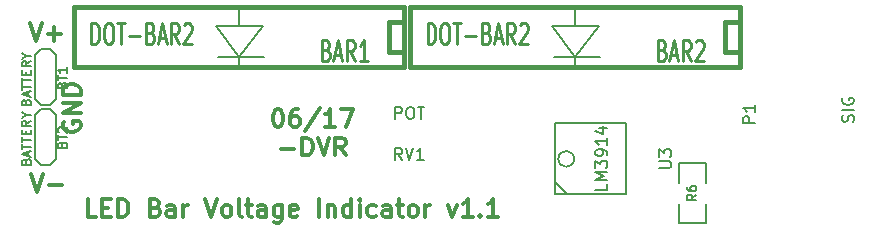
<source format=gto>
G04 (created by PCBNEW (2013-may-18)-stable) date Thu Jun 15 09:17:52 2017*
%MOIN*%
G04 Gerber Fmt 3.4, Leading zero omitted, Abs format*
%FSLAX34Y34*%
G01*
G70*
G90*
G04 APERTURE LIST*
%ADD10C,0.00590551*%
%ADD11C,0.011811*%
%ADD12C,0.005*%
%ADD13C,0.015*%
%ADD14C,0.008*%
%ADD15C,0.01125*%
%ADD16C,0.012*%
%ADD17C,0.006*%
G04 APERTURE END LIST*
G54D10*
G54D11*
X17500Y-9510D02*
X17556Y-9510D01*
X17612Y-9538D01*
X17640Y-9566D01*
X17668Y-9623D01*
X17696Y-9735D01*
X17696Y-9876D01*
X17668Y-9988D01*
X17640Y-10044D01*
X17612Y-10073D01*
X17556Y-10101D01*
X17500Y-10101D01*
X17443Y-10073D01*
X17415Y-10044D01*
X17387Y-9988D01*
X17359Y-9876D01*
X17359Y-9735D01*
X17387Y-9623D01*
X17415Y-9566D01*
X17443Y-9538D01*
X17500Y-9510D01*
X18203Y-9510D02*
X18090Y-9510D01*
X18034Y-9538D01*
X18006Y-9566D01*
X17949Y-9651D01*
X17921Y-9763D01*
X17921Y-9988D01*
X17949Y-10044D01*
X17978Y-10073D01*
X18034Y-10101D01*
X18146Y-10101D01*
X18203Y-10073D01*
X18231Y-10044D01*
X18259Y-9988D01*
X18259Y-9848D01*
X18231Y-9791D01*
X18203Y-9763D01*
X18146Y-9735D01*
X18034Y-9735D01*
X17978Y-9763D01*
X17949Y-9791D01*
X17921Y-9848D01*
X18934Y-9482D02*
X18428Y-10241D01*
X19440Y-10101D02*
X19102Y-10101D01*
X19271Y-10101D02*
X19271Y-9510D01*
X19215Y-9595D01*
X19159Y-9651D01*
X19102Y-9679D01*
X19637Y-9510D02*
X20030Y-9510D01*
X19777Y-10101D01*
X17612Y-10821D02*
X18062Y-10821D01*
X18343Y-11046D02*
X18343Y-10455D01*
X18484Y-10455D01*
X18568Y-10483D01*
X18624Y-10539D01*
X18652Y-10596D01*
X18681Y-10708D01*
X18681Y-10793D01*
X18652Y-10905D01*
X18624Y-10961D01*
X18568Y-11017D01*
X18484Y-11046D01*
X18343Y-11046D01*
X18849Y-10455D02*
X19046Y-11046D01*
X19243Y-10455D01*
X19777Y-11046D02*
X19580Y-10764D01*
X19440Y-11046D02*
X19440Y-10455D01*
X19665Y-10455D01*
X19721Y-10483D01*
X19749Y-10511D01*
X19777Y-10568D01*
X19777Y-10652D01*
X19749Y-10708D01*
X19721Y-10736D01*
X19665Y-10764D01*
X19440Y-10764D01*
X11473Y-13093D02*
X11192Y-13093D01*
X11192Y-12502D01*
X11670Y-12784D02*
X11867Y-12784D01*
X11951Y-13093D02*
X11670Y-13093D01*
X11670Y-12502D01*
X11951Y-12502D01*
X12204Y-13093D02*
X12204Y-12502D01*
X12345Y-12502D01*
X12429Y-12530D01*
X12485Y-12587D01*
X12514Y-12643D01*
X12542Y-12755D01*
X12542Y-12840D01*
X12514Y-12952D01*
X12485Y-13008D01*
X12429Y-13065D01*
X12345Y-13093D01*
X12204Y-13093D01*
X13442Y-12784D02*
X13526Y-12812D01*
X13554Y-12840D01*
X13582Y-12896D01*
X13582Y-12980D01*
X13554Y-13037D01*
X13526Y-13065D01*
X13470Y-13093D01*
X13245Y-13093D01*
X13245Y-12502D01*
X13442Y-12502D01*
X13498Y-12530D01*
X13526Y-12559D01*
X13554Y-12615D01*
X13554Y-12671D01*
X13526Y-12727D01*
X13498Y-12755D01*
X13442Y-12784D01*
X13245Y-12784D01*
X14088Y-13093D02*
X14088Y-12784D01*
X14060Y-12727D01*
X14004Y-12699D01*
X13892Y-12699D01*
X13835Y-12727D01*
X14088Y-13065D02*
X14032Y-13093D01*
X13892Y-13093D01*
X13835Y-13065D01*
X13807Y-13008D01*
X13807Y-12952D01*
X13835Y-12896D01*
X13892Y-12868D01*
X14032Y-12868D01*
X14088Y-12840D01*
X14370Y-13093D02*
X14370Y-12699D01*
X14370Y-12812D02*
X14398Y-12755D01*
X14426Y-12727D01*
X14482Y-12699D01*
X14538Y-12699D01*
X15101Y-12502D02*
X15298Y-13093D01*
X15494Y-12502D01*
X15776Y-13093D02*
X15719Y-13065D01*
X15691Y-13037D01*
X15663Y-12980D01*
X15663Y-12812D01*
X15691Y-12755D01*
X15719Y-12727D01*
X15776Y-12699D01*
X15860Y-12699D01*
X15916Y-12727D01*
X15944Y-12755D01*
X15973Y-12812D01*
X15973Y-12980D01*
X15944Y-13037D01*
X15916Y-13065D01*
X15860Y-13093D01*
X15776Y-13093D01*
X16310Y-13093D02*
X16254Y-13065D01*
X16226Y-13008D01*
X16226Y-12502D01*
X16451Y-12699D02*
X16676Y-12699D01*
X16535Y-12502D02*
X16535Y-13008D01*
X16563Y-13065D01*
X16619Y-13093D01*
X16676Y-13093D01*
X17125Y-13093D02*
X17125Y-12784D01*
X17097Y-12727D01*
X17041Y-12699D01*
X16929Y-12699D01*
X16872Y-12727D01*
X17125Y-13065D02*
X17069Y-13093D01*
X16929Y-13093D01*
X16872Y-13065D01*
X16844Y-13008D01*
X16844Y-12952D01*
X16872Y-12896D01*
X16929Y-12868D01*
X17069Y-12868D01*
X17125Y-12840D01*
X17660Y-12699D02*
X17660Y-13177D01*
X17632Y-13233D01*
X17604Y-13262D01*
X17547Y-13290D01*
X17463Y-13290D01*
X17407Y-13262D01*
X17660Y-13065D02*
X17604Y-13093D01*
X17491Y-13093D01*
X17435Y-13065D01*
X17407Y-13037D01*
X17379Y-12980D01*
X17379Y-12812D01*
X17407Y-12755D01*
X17435Y-12727D01*
X17491Y-12699D01*
X17604Y-12699D01*
X17660Y-12727D01*
X18166Y-13065D02*
X18110Y-13093D01*
X17997Y-13093D01*
X17941Y-13065D01*
X17913Y-13008D01*
X17913Y-12784D01*
X17941Y-12727D01*
X17997Y-12699D01*
X18110Y-12699D01*
X18166Y-12727D01*
X18194Y-12784D01*
X18194Y-12840D01*
X17913Y-12896D01*
X18897Y-13093D02*
X18897Y-12502D01*
X19178Y-12699D02*
X19178Y-13093D01*
X19178Y-12755D02*
X19206Y-12727D01*
X19263Y-12699D01*
X19347Y-12699D01*
X19403Y-12727D01*
X19431Y-12784D01*
X19431Y-13093D01*
X19966Y-13093D02*
X19966Y-12502D01*
X19966Y-13065D02*
X19910Y-13093D01*
X19797Y-13093D01*
X19741Y-13065D01*
X19713Y-13037D01*
X19685Y-12980D01*
X19685Y-12812D01*
X19713Y-12755D01*
X19741Y-12727D01*
X19797Y-12699D01*
X19910Y-12699D01*
X19966Y-12727D01*
X20247Y-13093D02*
X20247Y-12699D01*
X20247Y-12502D02*
X20219Y-12530D01*
X20247Y-12559D01*
X20275Y-12530D01*
X20247Y-12502D01*
X20247Y-12559D01*
X20781Y-13065D02*
X20725Y-13093D01*
X20613Y-13093D01*
X20556Y-13065D01*
X20528Y-13037D01*
X20500Y-12980D01*
X20500Y-12812D01*
X20528Y-12755D01*
X20556Y-12727D01*
X20613Y-12699D01*
X20725Y-12699D01*
X20781Y-12727D01*
X21287Y-13093D02*
X21287Y-12784D01*
X21259Y-12727D01*
X21203Y-12699D01*
X21091Y-12699D01*
X21034Y-12727D01*
X21287Y-13065D02*
X21231Y-13093D01*
X21091Y-13093D01*
X21034Y-13065D01*
X21006Y-13008D01*
X21006Y-12952D01*
X21034Y-12896D01*
X21091Y-12868D01*
X21231Y-12868D01*
X21287Y-12840D01*
X21484Y-12699D02*
X21709Y-12699D01*
X21569Y-12502D02*
X21569Y-13008D01*
X21597Y-13065D01*
X21653Y-13093D01*
X21709Y-13093D01*
X21991Y-13093D02*
X21934Y-13065D01*
X21906Y-13037D01*
X21878Y-12980D01*
X21878Y-12812D01*
X21906Y-12755D01*
X21934Y-12727D01*
X21991Y-12699D01*
X22075Y-12699D01*
X22131Y-12727D01*
X22159Y-12755D01*
X22187Y-12812D01*
X22187Y-12980D01*
X22159Y-13037D01*
X22131Y-13065D01*
X22075Y-13093D01*
X21991Y-13093D01*
X22440Y-13093D02*
X22440Y-12699D01*
X22440Y-12812D02*
X22469Y-12755D01*
X22497Y-12727D01*
X22553Y-12699D01*
X22609Y-12699D01*
X23200Y-12699D02*
X23340Y-13093D01*
X23481Y-12699D01*
X24015Y-13093D02*
X23678Y-13093D01*
X23847Y-13093D02*
X23847Y-12502D01*
X23790Y-12587D01*
X23734Y-12643D01*
X23678Y-12671D01*
X24268Y-13037D02*
X24296Y-13065D01*
X24268Y-13093D01*
X24240Y-13065D01*
X24268Y-13037D01*
X24268Y-13093D01*
X24859Y-13093D02*
X24521Y-13093D01*
X24690Y-13093D02*
X24690Y-12502D01*
X24634Y-12587D01*
X24578Y-12643D01*
X24521Y-12671D01*
X10385Y-9918D02*
X10357Y-9974D01*
X10357Y-10059D01*
X10385Y-10143D01*
X10441Y-10199D01*
X10497Y-10227D01*
X10610Y-10255D01*
X10694Y-10255D01*
X10807Y-10227D01*
X10863Y-10199D01*
X10919Y-10143D01*
X10947Y-10059D01*
X10947Y-10002D01*
X10919Y-9918D01*
X10891Y-9890D01*
X10694Y-9890D01*
X10694Y-10002D01*
X10947Y-9637D02*
X10357Y-9637D01*
X10947Y-9299D01*
X10357Y-9299D01*
X10947Y-9018D02*
X10357Y-9018D01*
X10357Y-8877D01*
X10385Y-8793D01*
X10441Y-8737D01*
X10497Y-8709D01*
X10610Y-8681D01*
X10694Y-8681D01*
X10807Y-8709D01*
X10863Y-8737D01*
X10919Y-8793D01*
X10947Y-8877D01*
X10947Y-9018D01*
X9299Y-11676D02*
X9496Y-12266D01*
X9693Y-11676D01*
X9890Y-12041D02*
X10340Y-12041D01*
X9260Y-6636D02*
X9457Y-7227D01*
X9654Y-6636D01*
X9850Y-7002D02*
X10300Y-7002D01*
X10075Y-7227D02*
X10075Y-6777D01*
G54D12*
X30888Y-13303D02*
X31788Y-13303D01*
X31788Y-13303D02*
X31788Y-12653D01*
X30888Y-11953D02*
X30888Y-11303D01*
X30888Y-11303D02*
X31788Y-11303D01*
X31788Y-11303D02*
X31788Y-11953D01*
X30888Y-12653D02*
X30888Y-13303D01*
G54D10*
X27396Y-11161D02*
G75*
G03X27396Y-11161I-263J0D01*
G74*
G01*
X27153Y-12341D02*
X26753Y-11941D01*
X29113Y-12341D02*
X29113Y-9981D01*
X29113Y-9981D02*
X26753Y-9981D01*
X26753Y-9981D02*
X26753Y-12341D01*
X26753Y-12341D02*
X29113Y-12341D01*
X16240Y-6706D02*
X16240Y-6106D01*
X16240Y-7776D02*
X16240Y-8036D01*
X16240Y-7766D02*
X17030Y-6716D01*
X17030Y-6716D02*
X15450Y-6716D01*
X15450Y-6716D02*
X16240Y-7766D01*
X16240Y-7766D02*
X17049Y-7766D01*
X17049Y-7766D02*
X15518Y-7764D01*
X15518Y-7764D02*
X15520Y-7766D01*
G54D13*
X21740Y-7606D02*
X21240Y-7606D01*
X21240Y-7606D02*
X21240Y-6606D01*
X21240Y-6606D02*
X21740Y-6606D01*
X21740Y-8106D02*
X10740Y-8106D01*
X10740Y-8106D02*
X10740Y-6106D01*
X10740Y-6106D02*
X21740Y-6106D01*
X21740Y-6106D02*
X21740Y-8106D01*
G54D10*
X27440Y-6706D02*
X27440Y-6106D01*
X27440Y-7776D02*
X27440Y-8036D01*
X27440Y-7766D02*
X28230Y-6716D01*
X28230Y-6716D02*
X26650Y-6716D01*
X26650Y-6716D02*
X27440Y-7766D01*
X27440Y-7766D02*
X28250Y-7766D01*
X28250Y-7766D02*
X26718Y-7764D01*
X26718Y-7764D02*
X26720Y-7766D01*
G54D13*
X32940Y-7606D02*
X32440Y-7606D01*
X32440Y-7606D02*
X32440Y-6606D01*
X32440Y-6606D02*
X32940Y-6606D01*
X32940Y-8106D02*
X21940Y-8106D01*
X21940Y-8106D02*
X21940Y-6106D01*
X21940Y-6106D02*
X32940Y-6106D01*
X32940Y-6106D02*
X32940Y-8106D01*
G54D14*
X10113Y-7714D02*
X10113Y-9164D01*
X10113Y-9164D02*
X9913Y-9364D01*
X9913Y-9364D02*
X9613Y-9364D01*
X9613Y-9364D02*
X9413Y-9164D01*
X9413Y-9164D02*
X9413Y-7714D01*
X9413Y-7714D02*
X9613Y-7514D01*
X9613Y-7514D02*
X9913Y-7514D01*
X9913Y-7514D02*
X10113Y-7714D01*
X10113Y-9702D02*
X10113Y-11152D01*
X10113Y-11152D02*
X9913Y-11352D01*
X9913Y-11352D02*
X9613Y-11352D01*
X9613Y-11352D02*
X9413Y-11152D01*
X9413Y-11152D02*
X9413Y-9702D01*
X9413Y-9702D02*
X9613Y-9502D01*
X9613Y-9502D02*
X9913Y-9502D01*
X9913Y-9502D02*
X10113Y-9702D01*
G54D12*
X31460Y-12353D02*
X31317Y-12453D01*
X31460Y-12524D02*
X31160Y-12524D01*
X31160Y-12410D01*
X31174Y-12381D01*
X31188Y-12367D01*
X31217Y-12353D01*
X31260Y-12353D01*
X31288Y-12367D01*
X31302Y-12381D01*
X31317Y-12410D01*
X31317Y-12524D01*
X31160Y-12096D02*
X31160Y-12153D01*
X31174Y-12181D01*
X31188Y-12196D01*
X31231Y-12224D01*
X31288Y-12238D01*
X31402Y-12238D01*
X31431Y-12224D01*
X31445Y-12210D01*
X31460Y-12181D01*
X31460Y-12124D01*
X31445Y-12096D01*
X31431Y-12081D01*
X31402Y-12067D01*
X31331Y-12067D01*
X31302Y-12081D01*
X31288Y-12096D01*
X31274Y-12124D01*
X31274Y-12181D01*
X31288Y-12210D01*
X31302Y-12224D01*
X31331Y-12238D01*
G54D10*
X33429Y-9964D02*
X33035Y-9964D01*
X33035Y-9814D01*
X33054Y-9777D01*
X33073Y-9758D01*
X33110Y-9739D01*
X33166Y-9739D01*
X33204Y-9758D01*
X33223Y-9777D01*
X33241Y-9814D01*
X33241Y-9964D01*
X33429Y-9364D02*
X33429Y-9589D01*
X33429Y-9477D02*
X33035Y-9477D01*
X33091Y-9514D01*
X33129Y-9552D01*
X33148Y-9589D01*
X36700Y-9927D02*
X36719Y-9870D01*
X36719Y-9777D01*
X36700Y-9739D01*
X36681Y-9720D01*
X36644Y-9702D01*
X36606Y-9702D01*
X36569Y-9720D01*
X36550Y-9739D01*
X36531Y-9777D01*
X36513Y-9852D01*
X36494Y-9889D01*
X36475Y-9908D01*
X36438Y-9927D01*
X36400Y-9927D01*
X36363Y-9908D01*
X36344Y-9889D01*
X36325Y-9852D01*
X36325Y-9758D01*
X36344Y-9702D01*
X36719Y-9533D02*
X36325Y-9533D01*
X36344Y-9139D02*
X36325Y-9177D01*
X36325Y-9233D01*
X36344Y-9289D01*
X36381Y-9327D01*
X36419Y-9345D01*
X36494Y-9364D01*
X36550Y-9364D01*
X36625Y-9345D01*
X36663Y-9327D01*
X36700Y-9289D01*
X36719Y-9233D01*
X36719Y-9195D01*
X36700Y-9139D01*
X36681Y-9120D01*
X36550Y-9120D01*
X36550Y-9195D01*
X21665Y-11195D02*
X21534Y-11007D01*
X21440Y-11195D02*
X21440Y-10801D01*
X21590Y-10801D01*
X21627Y-10820D01*
X21646Y-10838D01*
X21665Y-10876D01*
X21665Y-10932D01*
X21646Y-10970D01*
X21627Y-10988D01*
X21590Y-11007D01*
X21440Y-11007D01*
X21777Y-10801D02*
X21909Y-11195D01*
X22040Y-10801D01*
X22377Y-11195D02*
X22152Y-11195D01*
X22265Y-11195D02*
X22265Y-10801D01*
X22227Y-10857D01*
X22190Y-10895D01*
X22152Y-10913D01*
X21430Y-9825D02*
X21430Y-9431D01*
X21580Y-9431D01*
X21617Y-9450D01*
X21636Y-9468D01*
X21655Y-9506D01*
X21655Y-9562D01*
X21636Y-9600D01*
X21617Y-9618D01*
X21580Y-9637D01*
X21430Y-9637D01*
X21899Y-9431D02*
X21974Y-9431D01*
X22011Y-9450D01*
X22049Y-9487D01*
X22067Y-9562D01*
X22067Y-9693D01*
X22049Y-9768D01*
X22011Y-9806D01*
X21974Y-9825D01*
X21899Y-9825D01*
X21861Y-9806D01*
X21824Y-9768D01*
X21805Y-9693D01*
X21805Y-9562D01*
X21824Y-9487D01*
X21861Y-9450D01*
X21899Y-9431D01*
X22180Y-9431D02*
X22405Y-9431D01*
X22292Y-9825D02*
X22292Y-9431D01*
X30238Y-11461D02*
X30557Y-11461D01*
X30594Y-11442D01*
X30613Y-11423D01*
X30632Y-11386D01*
X30632Y-11311D01*
X30613Y-11273D01*
X30594Y-11255D01*
X30557Y-11236D01*
X30238Y-11236D01*
X30238Y-11086D02*
X30238Y-10842D01*
X30388Y-10973D01*
X30388Y-10917D01*
X30407Y-10880D01*
X30426Y-10861D01*
X30463Y-10842D01*
X30557Y-10842D01*
X30594Y-10861D01*
X30613Y-10880D01*
X30632Y-10917D01*
X30632Y-11030D01*
X30613Y-11067D01*
X30594Y-11086D01*
X28502Y-12004D02*
X28502Y-12191D01*
X28108Y-12191D01*
X28502Y-11873D02*
X28108Y-11873D01*
X28389Y-11741D01*
X28108Y-11610D01*
X28502Y-11610D01*
X28108Y-11460D02*
X28108Y-11217D01*
X28258Y-11348D01*
X28258Y-11292D01*
X28277Y-11254D01*
X28296Y-11235D01*
X28333Y-11217D01*
X28427Y-11217D01*
X28464Y-11235D01*
X28483Y-11254D01*
X28502Y-11292D01*
X28502Y-11404D01*
X28483Y-11442D01*
X28464Y-11460D01*
X28502Y-11029D02*
X28502Y-10954D01*
X28483Y-10917D01*
X28464Y-10898D01*
X28408Y-10860D01*
X28333Y-10842D01*
X28183Y-10842D01*
X28146Y-10860D01*
X28127Y-10879D01*
X28108Y-10917D01*
X28108Y-10992D01*
X28127Y-11029D01*
X28146Y-11048D01*
X28183Y-11067D01*
X28277Y-11067D01*
X28314Y-11048D01*
X28333Y-11029D01*
X28352Y-10992D01*
X28352Y-10917D01*
X28333Y-10879D01*
X28314Y-10860D01*
X28277Y-10842D01*
X28502Y-10467D02*
X28502Y-10692D01*
X28502Y-10579D02*
X28108Y-10579D01*
X28164Y-10617D01*
X28202Y-10654D01*
X28221Y-10692D01*
X28239Y-10129D02*
X28502Y-10129D01*
X28089Y-10223D02*
X28371Y-10317D01*
X28371Y-10073D01*
G54D15*
X19140Y-7522D02*
X19204Y-7556D01*
X19225Y-7589D01*
X19247Y-7656D01*
X19247Y-7756D01*
X19225Y-7822D01*
X19204Y-7856D01*
X19161Y-7889D01*
X18990Y-7889D01*
X18990Y-7189D01*
X19140Y-7189D01*
X19183Y-7222D01*
X19204Y-7256D01*
X19225Y-7322D01*
X19225Y-7389D01*
X19204Y-7456D01*
X19183Y-7489D01*
X19140Y-7522D01*
X18990Y-7522D01*
X19418Y-7689D02*
X19633Y-7689D01*
X19375Y-7889D02*
X19525Y-7189D01*
X19675Y-7889D01*
X20083Y-7889D02*
X19933Y-7556D01*
X19825Y-7889D02*
X19825Y-7189D01*
X19997Y-7189D01*
X20040Y-7222D01*
X20061Y-7256D01*
X20083Y-7322D01*
X20083Y-7422D01*
X20061Y-7489D01*
X20040Y-7522D01*
X19997Y-7556D01*
X19825Y-7556D01*
X20511Y-7889D02*
X20254Y-7889D01*
X20383Y-7889D02*
X20383Y-7189D01*
X20340Y-7289D01*
X20297Y-7356D01*
X20254Y-7389D01*
G54D16*
G54D15*
X11309Y-7329D02*
X11309Y-6629D01*
X11416Y-6629D01*
X11480Y-6662D01*
X11523Y-6729D01*
X11545Y-6796D01*
X11566Y-6929D01*
X11566Y-7029D01*
X11545Y-7162D01*
X11523Y-7229D01*
X11480Y-7296D01*
X11416Y-7329D01*
X11309Y-7329D01*
X11845Y-6629D02*
X11930Y-6629D01*
X11973Y-6662D01*
X12016Y-6729D01*
X12038Y-6862D01*
X12038Y-7096D01*
X12016Y-7229D01*
X11973Y-7296D01*
X11930Y-7329D01*
X11845Y-7329D01*
X11802Y-7296D01*
X11759Y-7229D01*
X11738Y-7096D01*
X11738Y-6862D01*
X11759Y-6729D01*
X11802Y-6662D01*
X11845Y-6629D01*
X12166Y-6629D02*
X12423Y-6629D01*
X12295Y-7329D02*
X12295Y-6629D01*
X12573Y-7062D02*
X12916Y-7062D01*
X13280Y-6962D02*
X13345Y-6996D01*
X13366Y-7029D01*
X13388Y-7096D01*
X13388Y-7196D01*
X13366Y-7262D01*
X13345Y-7296D01*
X13302Y-7329D01*
X13130Y-7329D01*
X13130Y-6629D01*
X13280Y-6629D01*
X13323Y-6662D01*
X13345Y-6696D01*
X13366Y-6762D01*
X13366Y-6829D01*
X13345Y-6896D01*
X13323Y-6929D01*
X13280Y-6962D01*
X13130Y-6962D01*
X13559Y-7129D02*
X13773Y-7129D01*
X13516Y-7329D02*
X13666Y-6629D01*
X13816Y-7329D01*
X14223Y-7329D02*
X14073Y-6996D01*
X13966Y-7329D02*
X13966Y-6629D01*
X14138Y-6629D01*
X14180Y-6662D01*
X14202Y-6696D01*
X14223Y-6762D01*
X14223Y-6862D01*
X14202Y-6929D01*
X14180Y-6962D01*
X14138Y-6996D01*
X13966Y-6996D01*
X14395Y-6696D02*
X14416Y-6662D01*
X14459Y-6629D01*
X14566Y-6629D01*
X14609Y-6662D01*
X14630Y-6696D01*
X14652Y-6762D01*
X14652Y-6829D01*
X14630Y-6929D01*
X14373Y-7329D01*
X14652Y-7329D01*
X30340Y-7522D02*
X30405Y-7556D01*
X30426Y-7589D01*
X30448Y-7656D01*
X30448Y-7756D01*
X30426Y-7822D01*
X30405Y-7856D01*
X30362Y-7889D01*
X30190Y-7889D01*
X30190Y-7189D01*
X30340Y-7189D01*
X30383Y-7222D01*
X30405Y-7256D01*
X30426Y-7322D01*
X30426Y-7389D01*
X30405Y-7456D01*
X30383Y-7489D01*
X30340Y-7522D01*
X30190Y-7522D01*
X30619Y-7689D02*
X30833Y-7689D01*
X30576Y-7889D02*
X30726Y-7189D01*
X30876Y-7889D01*
X31283Y-7889D02*
X31133Y-7556D01*
X31026Y-7889D02*
X31026Y-7189D01*
X31198Y-7189D01*
X31240Y-7222D01*
X31262Y-7256D01*
X31283Y-7322D01*
X31283Y-7422D01*
X31262Y-7489D01*
X31240Y-7522D01*
X31198Y-7556D01*
X31026Y-7556D01*
X31455Y-7256D02*
X31476Y-7222D01*
X31519Y-7189D01*
X31626Y-7189D01*
X31669Y-7222D01*
X31690Y-7256D01*
X31712Y-7322D01*
X31712Y-7389D01*
X31690Y-7489D01*
X31433Y-7889D01*
X31712Y-7889D01*
G54D16*
G54D15*
X22510Y-7329D02*
X22510Y-6629D01*
X22617Y-6629D01*
X22681Y-6662D01*
X22724Y-6729D01*
X22745Y-6796D01*
X22767Y-6929D01*
X22767Y-7029D01*
X22745Y-7162D01*
X22724Y-7229D01*
X22681Y-7296D01*
X22617Y-7329D01*
X22510Y-7329D01*
X23045Y-6629D02*
X23131Y-6629D01*
X23174Y-6662D01*
X23217Y-6729D01*
X23238Y-6862D01*
X23238Y-7096D01*
X23217Y-7229D01*
X23174Y-7296D01*
X23131Y-7329D01*
X23045Y-7329D01*
X23003Y-7296D01*
X22960Y-7229D01*
X22938Y-7096D01*
X22938Y-6862D01*
X22960Y-6729D01*
X23003Y-6662D01*
X23045Y-6629D01*
X23367Y-6629D02*
X23624Y-6629D01*
X23495Y-7329D02*
X23495Y-6629D01*
X23774Y-7062D02*
X24117Y-7062D01*
X24481Y-6962D02*
X24545Y-6996D01*
X24567Y-7029D01*
X24588Y-7096D01*
X24588Y-7196D01*
X24567Y-7262D01*
X24545Y-7296D01*
X24503Y-7329D01*
X24331Y-7329D01*
X24331Y-6629D01*
X24481Y-6629D01*
X24524Y-6662D01*
X24545Y-6696D01*
X24567Y-6762D01*
X24567Y-6829D01*
X24545Y-6896D01*
X24524Y-6929D01*
X24481Y-6962D01*
X24331Y-6962D01*
X24760Y-7129D02*
X24974Y-7129D01*
X24717Y-7329D02*
X24867Y-6629D01*
X25017Y-7329D01*
X25424Y-7329D02*
X25274Y-6996D01*
X25167Y-7329D02*
X25167Y-6629D01*
X25338Y-6629D01*
X25381Y-6662D01*
X25403Y-6696D01*
X25424Y-6762D01*
X25424Y-6862D01*
X25403Y-6929D01*
X25381Y-6962D01*
X25338Y-6996D01*
X25167Y-6996D01*
X25595Y-6696D02*
X25617Y-6662D01*
X25660Y-6629D01*
X25767Y-6629D01*
X25810Y-6662D01*
X25831Y-6696D01*
X25853Y-6762D01*
X25853Y-6829D01*
X25831Y-6929D01*
X25574Y-7329D01*
X25853Y-7329D01*
G54D17*
X10328Y-8700D02*
X10342Y-8657D01*
X10356Y-8643D01*
X10385Y-8628D01*
X10428Y-8628D01*
X10456Y-8643D01*
X10470Y-8657D01*
X10485Y-8685D01*
X10485Y-8800D01*
X10185Y-8800D01*
X10185Y-8700D01*
X10199Y-8671D01*
X10213Y-8657D01*
X10242Y-8643D01*
X10270Y-8643D01*
X10299Y-8657D01*
X10313Y-8671D01*
X10328Y-8700D01*
X10328Y-8800D01*
X10185Y-8543D02*
X10185Y-8371D01*
X10485Y-8457D02*
X10185Y-8457D01*
X10485Y-8114D02*
X10485Y-8285D01*
X10485Y-8200D02*
X10185Y-8200D01*
X10228Y-8228D01*
X10256Y-8257D01*
X10270Y-8285D01*
X9128Y-9264D02*
X9142Y-9221D01*
X9156Y-9207D01*
X9185Y-9193D01*
X9228Y-9193D01*
X9256Y-9207D01*
X9270Y-9221D01*
X9285Y-9250D01*
X9285Y-9364D01*
X8985Y-9364D01*
X8985Y-9264D01*
X8999Y-9235D01*
X9013Y-9221D01*
X9042Y-9207D01*
X9070Y-9207D01*
X9099Y-9221D01*
X9113Y-9235D01*
X9128Y-9264D01*
X9128Y-9364D01*
X9199Y-9078D02*
X9199Y-8935D01*
X9285Y-9107D02*
X8985Y-9007D01*
X9285Y-8907D01*
X8985Y-8850D02*
X8985Y-8678D01*
X9285Y-8764D02*
X8985Y-8764D01*
X8985Y-8621D02*
X8985Y-8450D01*
X9285Y-8535D02*
X8985Y-8535D01*
X9128Y-8350D02*
X9128Y-8250D01*
X9285Y-8207D02*
X9285Y-8350D01*
X8985Y-8350D01*
X8985Y-8207D01*
X9285Y-7907D02*
X9142Y-8007D01*
X9285Y-8078D02*
X8985Y-8078D01*
X8985Y-7964D01*
X8999Y-7935D01*
X9013Y-7921D01*
X9042Y-7907D01*
X9085Y-7907D01*
X9113Y-7921D01*
X9128Y-7935D01*
X9142Y-7964D01*
X9142Y-8078D01*
X9142Y-7721D02*
X9285Y-7721D01*
X8985Y-7821D02*
X9142Y-7721D01*
X8985Y-7621D01*
X10328Y-10688D02*
X10342Y-10645D01*
X10356Y-10631D01*
X10385Y-10617D01*
X10428Y-10617D01*
X10456Y-10631D01*
X10470Y-10645D01*
X10485Y-10674D01*
X10485Y-10788D01*
X10185Y-10788D01*
X10185Y-10688D01*
X10199Y-10659D01*
X10213Y-10645D01*
X10242Y-10631D01*
X10270Y-10631D01*
X10299Y-10645D01*
X10313Y-10659D01*
X10328Y-10688D01*
X10328Y-10788D01*
X10185Y-10531D02*
X10185Y-10359D01*
X10485Y-10445D02*
X10185Y-10445D01*
X10213Y-10274D02*
X10199Y-10259D01*
X10185Y-10231D01*
X10185Y-10159D01*
X10199Y-10131D01*
X10213Y-10117D01*
X10242Y-10102D01*
X10270Y-10102D01*
X10313Y-10117D01*
X10485Y-10288D01*
X10485Y-10102D01*
X9128Y-11252D02*
X9142Y-11209D01*
X9156Y-11195D01*
X9185Y-11181D01*
X9228Y-11181D01*
X9256Y-11195D01*
X9270Y-11209D01*
X9285Y-11238D01*
X9285Y-11352D01*
X8985Y-11352D01*
X8985Y-11252D01*
X8999Y-11224D01*
X9013Y-11209D01*
X9042Y-11195D01*
X9070Y-11195D01*
X9099Y-11209D01*
X9113Y-11224D01*
X9128Y-11252D01*
X9128Y-11352D01*
X9199Y-11067D02*
X9199Y-10924D01*
X9285Y-11095D02*
X8985Y-10995D01*
X9285Y-10895D01*
X8985Y-10838D02*
X8985Y-10667D01*
X9285Y-10752D02*
X8985Y-10752D01*
X8985Y-10609D02*
X8985Y-10438D01*
X9285Y-10524D02*
X8985Y-10524D01*
X9128Y-10338D02*
X9128Y-10238D01*
X9285Y-10195D02*
X9285Y-10338D01*
X8985Y-10338D01*
X8985Y-10195D01*
X9285Y-9895D02*
X9142Y-9995D01*
X9285Y-10067D02*
X8985Y-10067D01*
X8985Y-9952D01*
X8999Y-9924D01*
X9013Y-9909D01*
X9042Y-9895D01*
X9085Y-9895D01*
X9113Y-9909D01*
X9128Y-9924D01*
X9142Y-9952D01*
X9142Y-10067D01*
X9142Y-9709D02*
X9285Y-9709D01*
X8985Y-9809D02*
X9142Y-9709D01*
X8985Y-9609D01*
M02*

</source>
